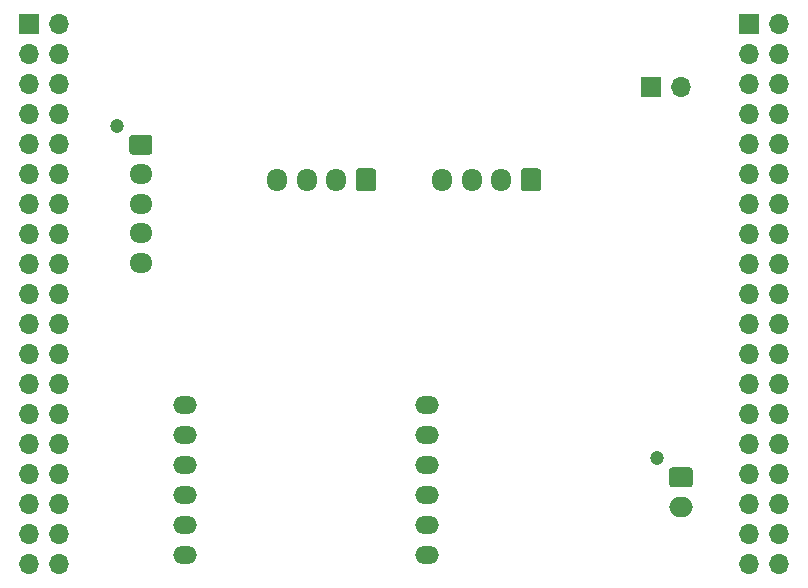
<source format=gbs>
G04 #@! TF.GenerationSoftware,KiCad,Pcbnew,(5.1.10)-1*
G04 #@! TF.CreationDate,2021-07-06T11:56:46+05:30*
G04 #@! TF.ProjectId,STM_Morpho,53544d5f-4d6f-4727-9068-6f2e6b696361,rev?*
G04 #@! TF.SameCoordinates,PX7bfa480PY7270e00*
G04 #@! TF.FileFunction,Soldermask,Bot*
G04 #@! TF.FilePolarity,Negative*
%FSLAX46Y46*%
G04 Gerber Fmt 4.6, Leading zero omitted, Abs format (unit mm)*
G04 Created by KiCad (PCBNEW (5.1.10)-1) date 2021-07-06 11:56:46*
%MOMM*%
%LPD*%
G01*
G04 APERTURE LIST*
%ADD10O,1.700000X1.950000*%
%ADD11O,1.700000X1.700000*%
%ADD12R,1.700000X1.700000*%
%ADD13O,2.000000X1.500000*%
%ADD14C,1.200000*%
%ADD15O,1.950000X1.700000*%
%ADD16O,2.000000X1.700000*%
G04 APERTURE END LIST*
D10*
G04 #@! TO.C,RS485A2*
X24250000Y35560000D03*
X26750000Y35560000D03*
X29250000Y35560000D03*
G36*
G01*
X32600000Y36285000D02*
X32600000Y34835000D01*
G75*
G02*
X32350000Y34585000I-250000J0D01*
G01*
X31150000Y34585000D01*
G75*
G02*
X30900000Y34835000I0J250000D01*
G01*
X30900000Y36285000D01*
G75*
G02*
X31150000Y36535000I250000J0D01*
G01*
X32350000Y36535000D01*
G75*
G02*
X32600000Y36285000I0J-250000D01*
G01*
G37*
G04 #@! TD*
D11*
G04 #@! TO.C,J3*
X58420000Y43434000D03*
D12*
X55880000Y43434000D03*
G04 #@! TD*
D13*
G04 #@! TO.C,J1*
X36900000Y16510000D03*
X16440000Y16510000D03*
X36900000Y13970000D03*
X16440000Y13970000D03*
X36900000Y11430000D03*
X16440000Y11430000D03*
X36900000Y8890000D03*
X16440000Y8890000D03*
X36900000Y6350000D03*
X16440000Y6350000D03*
X36900000Y3810000D03*
X16440000Y3810000D03*
G04 #@! TD*
D14*
G04 #@! TO.C,SPI1*
X10700000Y40128000D03*
D15*
X12700000Y28528000D03*
X12700000Y31028000D03*
X12700000Y33528000D03*
X12700000Y36028000D03*
G36*
G01*
X11975000Y39378000D02*
X13425000Y39378000D01*
G75*
G02*
X13675000Y39128000I0J-250000D01*
G01*
X13675000Y37928000D01*
G75*
G02*
X13425000Y37678000I-250000J0D01*
G01*
X11975000Y37678000D01*
G75*
G02*
X11725000Y37928000I0J250000D01*
G01*
X11725000Y39128000D01*
G75*
G02*
X11975000Y39378000I250000J0D01*
G01*
G37*
G04 #@! TD*
D14*
G04 #@! TO.C,J2*
X56420000Y11974000D03*
D16*
X58420000Y7874000D03*
G36*
G01*
X57670000Y11224000D02*
X59170000Y11224000D01*
G75*
G02*
X59420000Y10974000I0J-250000D01*
G01*
X59420000Y9774000D01*
G75*
G02*
X59170000Y9524000I-250000J0D01*
G01*
X57670000Y9524000D01*
G75*
G02*
X57420000Y9774000I0J250000D01*
G01*
X57420000Y10974000D01*
G75*
G02*
X57670000Y11224000I250000J0D01*
G01*
G37*
G04 #@! TD*
D11*
G04 #@! TO.C,CN10*
X66750000Y3040000D03*
X64210000Y3040000D03*
X66750000Y5580000D03*
X64210000Y5580000D03*
X66750000Y8120000D03*
X64210000Y8120000D03*
X66750000Y10660000D03*
X64210000Y10660000D03*
X66750000Y13200000D03*
X64210000Y13200000D03*
X66750000Y15740000D03*
X64210000Y15740000D03*
X66750000Y18280000D03*
X64210000Y18280000D03*
X66750000Y20820000D03*
X64210000Y20820000D03*
X66750000Y23360000D03*
X64210000Y23360000D03*
X66750000Y25900000D03*
X64210000Y25900000D03*
X66750000Y28440000D03*
X64210000Y28440000D03*
X66750000Y30980000D03*
X64210000Y30980000D03*
X66750000Y33520000D03*
X64210000Y33520000D03*
X66750000Y36060000D03*
X64210000Y36060000D03*
X66750000Y38600000D03*
X64210000Y38600000D03*
X66750000Y41140000D03*
X64210000Y41140000D03*
X66750000Y43680000D03*
X64210000Y43680000D03*
X66750000Y46220000D03*
X64210000Y46220000D03*
X66750000Y48760000D03*
D12*
X64210000Y48760000D03*
G04 #@! TD*
D11*
G04 #@! TO.C,CN7*
X5790000Y3040000D03*
X3250000Y3040000D03*
X5790000Y5580000D03*
X3250000Y5580000D03*
X5790000Y8120000D03*
X3250000Y8120000D03*
X5790000Y10660000D03*
X3250000Y10660000D03*
X5790000Y13200000D03*
X3250000Y13200000D03*
X5790000Y15740000D03*
X3250000Y15740000D03*
X5790000Y18280000D03*
X3250000Y18280000D03*
X5790000Y20820000D03*
X3250000Y20820000D03*
X5790000Y23360000D03*
X3250000Y23360000D03*
X5790000Y25900000D03*
X3250000Y25900000D03*
X5790000Y28440000D03*
X3250000Y28440000D03*
X5790000Y30980000D03*
X3250000Y30980000D03*
X5790000Y33520000D03*
X3250000Y33520000D03*
X5790000Y36060000D03*
X3250000Y36060000D03*
X5790000Y38600000D03*
X3250000Y38600000D03*
X5790000Y41140000D03*
X3250000Y41140000D03*
X5790000Y43680000D03*
X3250000Y43680000D03*
X5790000Y46220000D03*
X3250000Y46220000D03*
X5790000Y48760000D03*
D12*
X3250000Y48760000D03*
G04 #@! TD*
G04 #@! TO.C,RS485A1*
G36*
G01*
X46570000Y36285000D02*
X46570000Y34835000D01*
G75*
G02*
X46320000Y34585000I-250000J0D01*
G01*
X45120000Y34585000D01*
G75*
G02*
X44870000Y34835000I0J250000D01*
G01*
X44870000Y36285000D01*
G75*
G02*
X45120000Y36535000I250000J0D01*
G01*
X46320000Y36535000D01*
G75*
G02*
X46570000Y36285000I0J-250000D01*
G01*
G37*
D10*
X43220000Y35560000D03*
X40720000Y35560000D03*
X38220000Y35560000D03*
G04 #@! TD*
M02*

</source>
